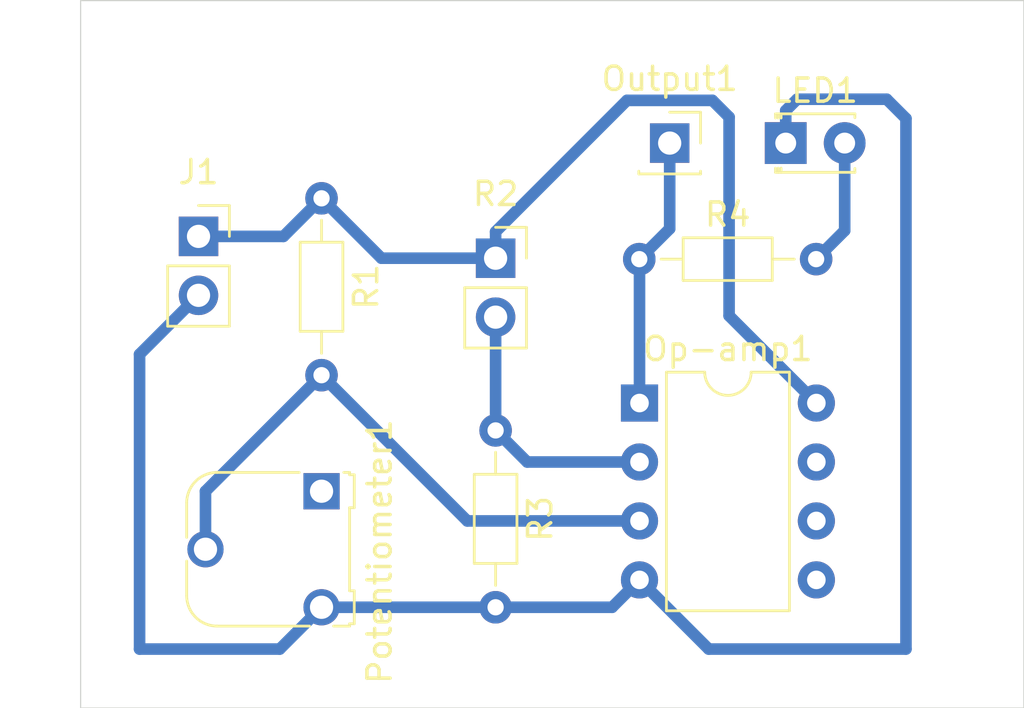
<source format=kicad_pcb>
(kicad_pcb (version 20240108) (generator "pcbnew") (generator_version "8.0")
  (layers (0 "F.Cu" signal) (31 "B.Cu" signal) (34 "B.Paste" user) (35 "F.Paste" user) (36 "B.SilkS" user "B.Silkscreen") (37 "F.SilkS" user "F.Silkscreen") (38 "B.Mask" user) (39 "F.Mask" user) (44 "Edge.Cuts" user))
  (net 0 "")
  (net 1 "GND")
  (net 2 "+3V3")
  (net 3 "Net-(LED1-A)")
  (net 4 "Net-(Output1-Pin_1)")
  (net 5 "Net-(Op-amp1--)")
  (net 6 "Net-(Op-amp1-+)")
  (footprint "Resistor_THT:R_Axial_DIN0204_L3.6mm_D1.6mm_P7.62mm_Horizontal" (layer "F.Cu") (at 145 94.88 -90)
    (property "Reference" "R1" (at 3.81 -1.92 90) (layer "F.SilkS"))
    (property "Value" "2.2k")
    (fp_line (start 1.89 0.92) (end 5.73 0.92) (stroke (width 0.12)) (layer "F.SilkS"))
    (fp_line (start 5.73 0.92) (end 5.73 -0.92) (stroke (width 0.12)) (layer "F.SilkS"))
    (fp_line (start 0.94 0) (end 1.89 0) (stroke (width 0.12)) (layer "F.SilkS"))
    (fp_line (start 6.68 0) (end 5.73 0) (stroke (width 0.12)) (layer "F.SilkS"))
    (fp_line (start 1.89 -0.92) (end 1.89 0.92) (stroke (width 0.12)) (layer "F.SilkS"))
    (fp_line (start 5.73 -0.92) (end 1.89 -0.92) (stroke (width 0.12)) (layer "F.SilkS"))
    (pad "1" thru_hole circle (at 0 0 270) (size 1.4 1.4) (drill 0.7) (layers "*.Cu" "*.Mask") (net 2 "+3V3"))
    (pad "2" thru_hole oval (at 7.62 0 270) (size 1.4 1.4) (drill 0.7) (layers "*.Cu" "*.Mask") (net 6 "Net-(Op-amp1-+)"))
  )
  (footprint "Package_DIP:DIP-8_W7.62mm" (layer "F.Cu") (at 158.7 103.7)
    (property "Reference" "Op-amp1" (at 3.81 -2.33 0) (layer "F.SilkS"))
    (property "Value" "MCP6001R")
    (fp_line (start 1.16 -1.33) (end 1.16 8.95) (stroke (width 0.12)) (layer "F.SilkS"))
    (fp_line (start 1.16 8.95) (end 6.46 8.95) (stroke (width 0.12)) (layer "F.SilkS"))
    (fp_line (start 2.81 -1.33) (end 1.16 -1.33) (stroke (width 0.12)) (layer "F.SilkS"))
    (fp_line (start 6.46 -1.33) (end 4.81 -1.33) (stroke (width 0.12)) (layer "F.SilkS"))
    (fp_line (start 6.46 8.95) (end 6.46 -1.33) (stroke (width 0.12)) (layer "F.SilkS"))
    (fp_arc (start 4.81 -1.33) (mid 3.81 -0.33) (end 2.81 -1.33) (stroke (width 0.12)) (layer "F.SilkS"))
    (pad "1" thru_hole rect (at 0 0) (size 1.6 1.6) (drill 0.8) (layers "*.Cu" "*.Mask") (net 4 "Net-(Output1-Pin_1)"))
    (pad "2" thru_hole oval (at 0 2.54) (size 1.6 1.6) (drill 0.8) (layers "*.Cu" "*.Mask") (net 5 "Net-(Op-amp1--)"))
    (pad "3" thru_hole oval (at 0 5.08) (size 1.6 1.6) (drill 0.8) (layers "*.Cu" "*.Mask") (net 6 "Net-(Op-amp1-+)"))
    (pad "4" thru_hole oval (at 0 7.62) (size 1.6 1.6) (drill 0.8) (layers "*.Cu" "*.Mask") (net 1 "GND"))
    (pad "5" thru_hole oval (at 7.62 7.62) (size 1.6 1.6) (drill 0.8) (layers "*.Cu" "*.Mask"))
    (pad "6" thru_hole oval (at 7.62 5.08) (size 1.6 1.6) (drill 0.8) (layers "*.Cu" "*.Mask"))
    (pad "7" thru_hole oval (at 7.62 2.54) (size 1.6 1.6) (drill 0.8) (layers "*.Cu" "*.Mask"))
    (pad "8" thru_hole oval (at 7.62 0) (size 1.6 1.6) (drill 0.8) (layers "*.Cu" "*.Mask") (net 2 "+3V3"))
  )
  (footprint "Resistor_THT:R_Axial_DIN0204_L3.6mm_D1.6mm_P7.62mm_Horizontal" (layer "F.Cu") (at 152.5 104.88 -90)
    (property "Reference" "R3" (at 3.81 -1.92 90) (layer "F.SilkS"))
    (property "Value" "2,2k ohm")
    (fp_line (start 1.89 0.92) (end 5.73 0.92) (stroke (width 0.12)) (layer "F.SilkS"))
    (fp_line (start 5.73 0.92) (end 5.73 -0.92) (stroke (width 0.12)) (layer "F.SilkS"))
    (fp_line (start 0.94 0) (end 1.89 0) (stroke (width 0.12)) (layer "F.SilkS"))
    (fp_line (start 6.68 0) (end 5.73 0) (stroke (width 0.12)) (layer "F.SilkS"))
    (fp_line (start 1.89 -0.92) (end 1.89 0.92) (stroke (width 0.12)) (layer "F.SilkS"))
    (fp_line (start 5.73 -0.92) (end 1.89 -0.92) (stroke (width 0.12)) (layer "F.SilkS"))
    (pad "1" thru_hole circle (at 0 0 270) (size 1.4 1.4) (drill 0.7) (layers "*.Cu" "*.Mask") (net 5 "Net-(Op-amp1--)"))
    (pad "2" thru_hole oval (at 7.62 0 270) (size 1.4 1.4) (drill 0.7) (layers "*.Cu" "*.Mask") (net 1 "GND"))
  )
  (footprint "Connector_PinSocket_2.54mm:PinSocket_1x02_P2.54mm_Vertical" (layer "F.Cu") (at 152.5 97.46)
    (property "Reference" "R2" (at 0 -2.77 360) (layer "F.SilkS"))
    (property "Value" "LDR03")
    (fp_line (start -1.33 1.27) (end -1.33 3.87) (stroke (width 0.12)) (layer "F.SilkS"))
    (fp_line (start -1.33 1.27) (end 1.33 1.27) (stroke (width 0.12)) (layer "F.SilkS"))
    (fp_line (start -1.33 3.87) (end 1.33 3.87) (stroke (width 0.12)) (layer "F.SilkS"))
    (fp_line (start 0 -1.33) (end 1.33 -1.33) (stroke (width 0.12)) (layer "F.SilkS"))
    (fp_line (start 1.33 -1.33) (end 1.33 0) (stroke (width 0.12)) (layer "F.SilkS"))
    (fp_line (start 1.33 1.27) (end 1.33 3.87) (stroke (width 0.12)) (layer "F.SilkS"))
    (pad "1" thru_hole rect (at 0 0) (size 1.7 1.7) (drill 1) (layers "*.Cu" "*.Mask") (net 2 "+3V3"))
    (pad "2" thru_hole oval (at 0 2.54) (size 1.7 1.7) (drill 1) (layers "*.Cu" "*.Mask") (net 5 "Net-(Op-amp1--)"))
  )
  (footprint "Resistor_THT:R_Axial_DIN0204_L3.6mm_D1.6mm_P7.62mm_Horizontal" (layer "F.Cu") (at 158.69 97.5)
    (property "Reference" "R4" (at 3.81 -1.92 0) (layer "F.SilkS"))
    (property "Value" "65 ohm")
    (fp_line (start 0.94 0) (end 1.89 0) (stroke (width 0.12)) (layer "F.SilkS"))
    (fp_line (start 1.89 -0.92) (end 1.89 0.92) (stroke (width 0.12)) (layer "F.SilkS"))
    (fp_line (start 1.89 0.92) (end 5.73 0.92) (stroke (width 0.12)) (layer "F.SilkS"))
    (fp_line (start 5.73 -0.92) (end 1.89 -0.92) (stroke (width 0.12)) (layer "F.SilkS"))
    (fp_line (start 5.73 0.92) (end 5.73 -0.92) (stroke (width 0.12)) (layer "F.SilkS"))
    (fp_line (start 6.68 0) (end 5.73 0) (stroke (width 0.12)) (layer "F.SilkS"))
    (pad "1" thru_hole circle (at 0 0) (size 1.4 1.4) (drill 0.7) (layers "*.Cu" "*.Mask") (net 4 "Net-(Output1-Pin_1)"))
    (pad "2" thru_hole oval (at 7.62 0) (size 1.4 1.4) (drill 0.7) (layers "*.Cu" "*.Mask") (net 3 "Net-(LED1-A)"))
  )
  (footprint "Potentiometer_THT:Potentiometer_Runtron_RM-065_Vertical" (layer "F.Cu") (at 145 107.5 -90)
    (property "Reference" "Potentiometer1" (at 2.6 -2.5 90) (layer "F.SilkS"))
    (property "Value" "10k ohm")
    (fp_line (start 1.99 5.81) (end 0.5 5.81) (stroke (width 0.12)) (layer "F.SilkS"))
    (fp_line (start 4.5 5.81) (end 3.01 5.81) (stroke (width 0.12)) (layer "F.SilkS"))
    (fp_line (start -0.81 4.5) (end -0.81 0.96) (stroke (width 0.12)) (layer "F.SilkS"))
    (fp_line (start 5.81 0.52) (end 5.81 4.5) (stroke (width 0.12)) (layer "F.SilkS"))
    (fp_line (start -0.81 -1.21) (end -0.81 -0.96) (stroke (width 0.12)) (layer "F.SilkS"))
    (fp_line (start -0.71 -1.21) (end -0.81 -1.21) (stroke (width 0.12)) (layer "F.SilkS"))
    (fp_line (start 0.71 -1.21) (end 4.29 -1.21) (stroke (width 0.12)) (layer "F.SilkS"))
    (fp_line (start 0.71 -1.21) (end 0.71 -1.41) (stroke (width 0.12)) (layer "F.SilkS"))
    (fp_line (start 4.29 -1.21) (end 4.29 -1.41) (stroke (width 0.12)) (layer "F.SilkS"))
    (fp_line (start 5.71 -1.21) (end 5.81 -1.21) (stroke (width 0.12)) (layer "F.SilkS"))
    (fp_line (start 5.81 -1.21) (end 5.81 -0.52) (stroke (width 0.12)) (layer "F.SilkS"))
    (fp_line (start -0.71 -1.41) (end -0.71 -1.21) (stroke (width 0.12)) (layer "F.SilkS"))
    (fp_line (start -0.71 -1.41) (end 0.71 -1.41) (stroke (width 0.12)) (layer "F.SilkS"))
    (fp_line (start 4.29 -1.41) (end 5.71 -1.41) (stroke (width 0.12)) (layer "F.SilkS"))
    (fp_line (start 5.71 -1.41) (end 5.71 -1.21) (stroke (width 0.12)) (layer "F.SilkS"))
    (fp_arc (start 0.5 5.81) (mid -0.42631 5.42631) (end -0.81 4.5) (stroke (width 0.12)) (layer "F.SilkS"))
    (fp_arc (start 5.81 4.5) (mid 5.42631 5.42631) (end 4.5 5.81) (stroke (width 0.12)) (layer "F.SilkS"))
    (pad "1" thru_hole rect (at 0 0 270) (size 1.56 1.56) (drill 1) (layers "*.Cu" "*.Mask"))
    (pad "2" thru_hole circle (at 2.5 5 270) (size 1.56 1.56) (drill 1) (layers "*.Cu" "*.Mask") (net 6 "Net-(Op-amp1-+)"))
    (pad "3" thru_hole circle (at 5 0 270) (size 1.56 1.56) (drill 1) (layers "*.Cu" "*.Mask") (net 1 "GND"))
  )
  (footprint "Connector_PinSocket_2.54mm:PinSocket_1x01_P2.54mm_Vertical" (layer "F.Cu") (at 160 92.5)
    (property "Reference" "Output1" (at 0 -2.77 0) (layer "F.SilkS"))
    (property "Value" "Conn_01x01_MountingPin")
    (fp_line (start -1.33 1.21) (end -1.33 1.33) (stroke (width 0.12)) (layer "F.SilkS"))
    (fp_line (start -1.33 1.33) (end 1.33 1.33) (stroke (width 0.12)) (layer "F.SilkS"))
    (fp_line (start 0 -1.33) (end 1.33 -1.33) (stroke (width 0.12)) (layer "F.SilkS"))
    (fp_line (start 1.33 -1.33) (end 1.33 0) (stroke (width 0.12)) (layer "F.SilkS"))
    (fp_line (start 1.33 1.21) (end 1.33 1.33) (stroke (width 0.12)) (layer "F.SilkS"))
    (pad "1" thru_hole rect (at 0 0) (size 1.7 1.7) (drill 1) (layers "*.Cu" "*.Mask") (net 4 "Net-(Output1-Pin_1)"))
  )
  (footprint "Connector_PinSocket_2.54mm:PinSocket_1x02_P2.54mm_Vertical" (layer "F.Cu") (at 139.7 96.52)
    (property "Reference" "J1" (at 0 -2.77 360) (layer "F.SilkS"))
    (property "Value" "Screw_Terminal_01x02")
    (fp_line (start -1.33 1.27) (end -1.33 3.87) (stroke (width 0.12)) (layer "F.SilkS"))
    (fp_line (start -1.33 1.27) (end 1.33 1.27) (stroke (width 0.12)) (layer "F.SilkS"))
    (fp_line (start -1.33 3.87) (end 1.33 3.87) (stroke (width 0.12)) (layer "F.SilkS"))
    (fp_line (start 0 -1.33) (end 1.33 -1.33) (stroke (width 0.12)) (layer "F.SilkS"))
    (fp_line (start 1.33 -1.33) (end 1.33 0) (stroke (width 0.12)) (layer "F.SilkS"))
    (fp_line (start 1.33 1.27) (end 1.33 3.87) (stroke (width 0.12)) (layer "F.SilkS"))
    (pad "1" thru_hole rect (at 0 0) (size 1.7 1.7) (drill 1) (layers "*.Cu" "*.Mask") (net 2 "+3V3"))
    (pad "2" thru_hole oval (at 0 2.54) (size 1.7 1.7) (drill 1) (layers "*.Cu" "*.Mask") (net 1 "GND"))
  )
  (footprint "LED_THT:LED_D1.8mm_W3.3mm_H2.4mm" (layer "F.Cu") (at 165 92.5)
    (property "Reference" "LED1" (at 1.27 -2.26 0) (layer "F.SilkS"))
    (property "Value" "LED")
    (fp_line (start -0.44 -1.26) (end -0.44 -1.08) (stroke (width 0.12)) (layer "F.SilkS"))
    (fp_line (start -0.44 -1.26) (end 2.98 -1.26) (stroke (width 0.12)) (layer "F.SilkS"))
    (fp_line (start -0.44 1.08) (end -0.44 1.26) (stroke (width 0.12)) (layer "F.SilkS"))
    (fp_line (start -0.44 1.26) (end 2.98 1.26) (stroke (width 0.12)) (layer "F.SilkS"))
    (fp_line (start -0.32 -1.26) (end -0.32 -1.08) (stroke (width 0.12)) (layer "F.SilkS"))
    (fp_line (start -0.32 1.08) (end -0.32 1.26) (stroke (width 0.12)) (layer "F.SilkS"))
    (fp_line (start -0.2 -1.26) (end -0.2 -1.08) (stroke (width 0.12)) (layer "F.SilkS"))
    (fp_line (start -0.2 1.08) (end -0.2 1.26) (stroke (width 0.12)) (layer "F.SilkS"))
    (fp_line (start 2.98 -1.26) (end 2.98 -1.095) (stroke (width 0.12)) (layer "F.SilkS"))
    (fp_line (start 2.98 1.095) (end 2.98 1.26) (stroke (width 0.12)) (layer "F.SilkS"))
    (pad "1" thru_hole rect (at 0 0) (size 1.8 1.8) (drill 0.9) (layers "*.Cu" "*.Mask") (net 1 "GND"))
    (pad "2" thru_hole circle (at 2.54 0) (size 1.8 1.8) (drill 0.9) (layers "*.Cu" "*.Mask") (net 3 "Net-(LED1-A)"))
  )
  (gr_rect (start 134.62 86.36) (end 175.26 116.84) (stroke (width 0.05)) (fill none) (layer "Edge.Cuts"))
  (segment (start 165 92.5) (end 165 91.1) (width 0.5) (layer "B.Cu") (net 1))
  (segment (start 165 91.1) (end 165.49 90.61) (width 0.5) (layer "B.Cu") (net 1))
  (segment (start 137.16 101.6) (end 137.16 114.3) (width 0.5) (layer "B.Cu") (net 1))
  (segment (start 161.68 114.3) (end 158.7 111.32) (width 0.5) (layer "B.Cu") (net 1))
  (segment (start 157.52 112.5) (end 158.7 111.32) (width 0.5) (layer "B.Cu") (net 1))
  (segment (start 170.18 114.3) (end 161.68 114.3) (width 0.5) (layer "B.Cu") (net 1))
  (segment (start 143.2 114.3) (end 145 112.5) (width 0.5) (layer "B.Cu") (net 1))
  (segment (start 145 112.5) (end 152.5 112.5) (width 0.5) (layer "B.Cu") (net 1))
  (segment (start 165.49 90.61) (end 169.35 90.61) (width 0.5) (layer "B.Cu") (net 1))
  (segment (start 137.16 114.3) (end 143.2 114.3) (width 0.5) (layer "B.Cu") (net 1))
  (segment (start 169.35 90.61) (end 170.18 91.44) (width 0.5) (layer "B.Cu") (net 1))
  (segment (start 170.18 91.44) (end 170.18 114.3) (width 0.5) (layer "B.Cu") (net 1))
  (segment (start 139.7 99.06) (end 137.16 101.6) (width 0.5) (layer "B.Cu") (net 1))
  (segment (start 152.5 112.5) (end 157.52 112.5) (width 0.5) (layer "B.Cu") (net 1))
  (segment (start 139.7 96.52) (end 143.36 96.52) (width 0.5) (layer "B.Cu") (net 2))
  (segment (start 162.56 99.94) (end 166.32 103.7) (width 0.5) (layer "B.Cu") (net 2))
  (segment (start 147.58 97.46) (end 145 94.88) (width 0.5) (layer "B.Cu") (net 2))
  (segment (start 152.5 97.46) (end 152.5 96.32) (width 0.5) (layer "B.Cu") (net 2))
  (segment (start 152.5 97.46) (end 147.58 97.46) (width 0.5) (layer "B.Cu") (net 2))
  (segment (start 161.84 90.66) (end 162.56 91.38) (width 0.5) (layer "B.Cu") (net 2))
  (segment (start 143.36 96.52) (end 145 94.88) (width 0.5) (layer "B.Cu") (net 2))
  (segment (start 152.5 96.32) (end 158.16 90.66) (width 0.5) (layer "B.Cu") (net 2))
  (segment (start 162.56 91.38) (end 162.56 99.94) (width 0.5) (layer "B.Cu") (net 2))
  (segment (start 158.16 90.66) (end 161.84 90.66) (width 0.5) (layer "B.Cu") (net 2))
  (segment (start 167.54 96.27) (end 167.54 92.5) (width 0.5) (layer "B.Cu") (net 3))
  (segment (start 166.31 97.5) (end 167.54 96.27) (width 0.5) (layer "B.Cu") (net 3))
  (segment (start 158.7 103.7) (end 158.7 97.51) (width 0.5) (layer "B.Cu") (net 4))
  (segment (start 158.69 97.5) (end 160 96.19) (width 0.5) (layer "B.Cu") (net 4))
  (segment (start 158.7 97.51) (end 158.69 97.5) (width 0.5) (layer "B.Cu") (net 4))
  (segment (start 160 96.19) (end 160 92.5) (width 0.5) (layer "B.Cu") (net 4))
  (segment (start 152.5 104.88) (end 152.5 100) (width 0.5) (layer "B.Cu") (net 5))
  (segment (start 153.86 106.24) (end 158.7 106.24) (width 0.5) (layer "B.Cu") (net 5))
  (segment (start 152.5 104.88) (end 153.86 106.24) (width 0.5) (layer "B.Cu") (net 5))
  (segment (start 140 107.5) (end 145 102.5) (width 0.5) (layer "B.Cu") (net 6))
  (segment (start 140 110) (end 140 107.5) (width 0.5) (layer "B.Cu") (net 6))
  (segment (start 151.28 108.78) (end 158.7 108.78) (width 0.5) (layer "B.Cu") (net 6))
  (segment (start 145 102.5) (end 151.28 108.78) (width 0.5) (layer "B.Cu") (net 6))
)
</source>
